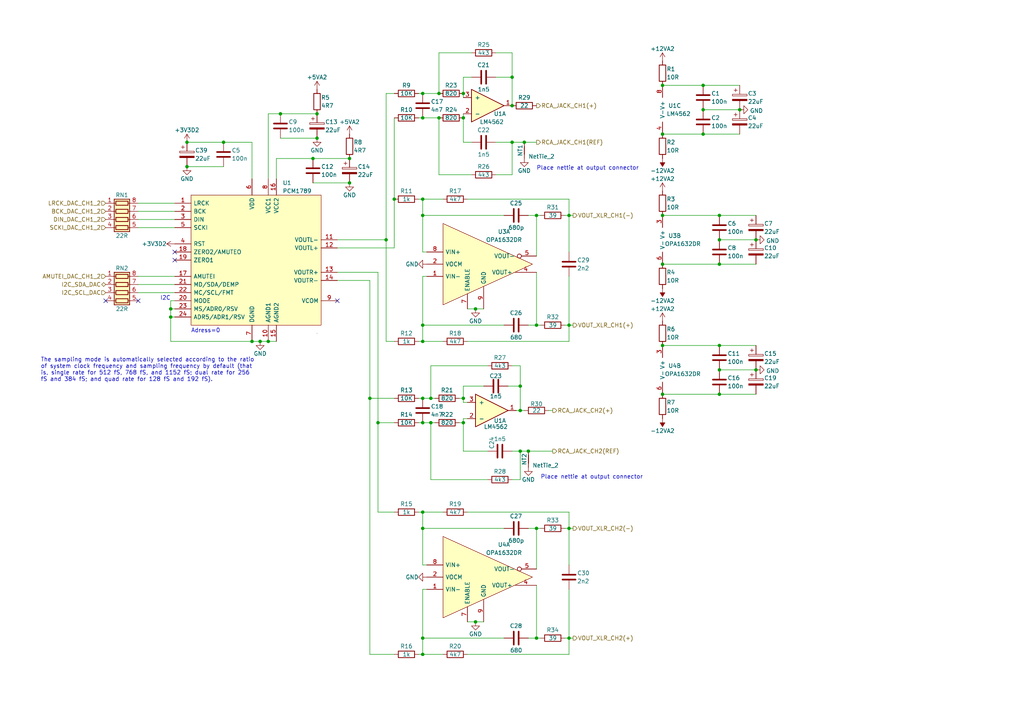
<source format=kicad_sch>
(kicad_sch (version 20230121) (generator eeschema)
  (paper "User" 319.989 219.989)
  (title_block (title "AUDIO-DSP_MAIN_BOARD") (date "2023-06-06") (rev "R01"))
  (lib_symbols
    (symbol "Audio-DSP:+12VA2" (power) (in_bom no) (on_board no)
      (property "Value" "+12VA2" (at 0 3.81 0))
      (symbol "+12VA2_0_1"
        (polyline (pts (xy -0.762 1.27) (xy 0 2.54)))
        (polyline (pts (xy 0 0) (xy 0 2.54)))
        (polyline (pts (xy 0 2.54) (xy 0.762 1.27)))
      )
      (symbol "+12VA2_1_1"
        (pin power_in line (at 0 0 90) (length 0) hide (name "+12VA2") (number "1"))
      )
    )
    (symbol "Audio-DSP:+5VA2" (power) (in_bom no) (on_board no)
      (property "Value" "+5VA2" (at 0 3.81 0))
      (symbol "+5VA2_0_1"
        (polyline (pts (xy -0.762 1.27) (xy 0 2.54)))
        (polyline (pts (xy 0 0) (xy 0 2.54)))
        (polyline (pts (xy 0 2.54) (xy 0.762 1.27)))
      )
      (symbol "+5VA2_1_1"
        (pin power_in line (at 0 0 90) (length 0) hide (name "+5VA2") (number "1"))
      )
    )
    (symbol "Audio-DSP:-12VA2" (power) (in_bom no) (on_board no)
      (property "Value" "-12VA2" (at 0 3.81 0))
      (symbol "-12VA2_0_1"
        (polyline (pts (xy 0 0) (xy 0 1.27) (xy 0.762 1.27) (xy 0 2.54) (xy -0.762 1.27) (xy 0 1.27)) (fill (type outline)))
      )
      (symbol "-12VA2_1_0"
        (pin power_in line (at 0 0 90) (length 0) hide (name "-12VA2") (number "1"))
      )
    )
    (symbol "Audio-DSP:OPA1632DR" (pin_names (offset 0.762))
      (property "Reference" "U" (at 8.89 11.43 0))
      (property "Value" "OPA1632DR" (at 8.89 8.89 0))
      (symbol "OPA1632DR_1_0"
        (pin passive line (at -15.24 -2.54 0) (length 5.08) (name "VIN-") (number "1"))
        (pin passive line (at -15.24 1.27 0) (length 5.08) (name "VOCM") (number "2"))
        (pin passive line (at 19.05 -1.27 180) (length 6.7056) (name "VOUT+") (number "4"))
        (pin passive inverted (at 19.05 3.81 180) (length 5.9944) (name "VOUT-") (number "5"))
        (pin passive line (at -2.54 -12.7 90) (length 4.699) (name "ENABLE") (number "7"))
        (pin passive line (at -15.24 5.08 0) (length 5.08) (name "VIN+") (number "8"))
      )
      (symbol "OPA1632DR_1_1"
        (polyline (pts (xy -10.16 13.97) (xy 17.78 1.27) (xy -10.16 -11.43) (xy -10.16 13.97)) (stroke (width 0.1524)) (fill (type background)))
        (pin passive line (at 2.54 -12.7 90) (length 6.9088) (name "GND") (number "9"))
      )
      (symbol "OPA1632DR_2_0"
        (pin passive line (at 0 7.62 270) (length 3.81) (name "V+") (number "3"))
        (pin passive line (at 0 -7.62 90) (length 3.81) (name "V-") (number "6"))
      )
    )
    (symbol "Audio_DSP:+3V3D2" (power) (in_bom no) (on_board no)
      (property "Value" "+3V3D2" (at 0 3.81 0))
      (symbol "+3V3D2_0_1"
        (polyline (pts (xy -0.762 1.27) (xy 0 2.54)))
        (polyline (pts (xy 0 0) (xy 0 2.54)))
        (polyline (pts (xy 0 2.54) (xy 0.762 1.27)))
      )
      (symbol "+3V3D2_1_1"
        (pin power_in line (at 0 0 90) (length 0) hide (name "+3V3D2") (number "1"))
      )
    )
    (symbol "Audio_DSP:PCM1789" (pin_names (offset 0.762))
      (property "Reference" "U" (at 11.43 24.13 0))
      (property "Value" "PCM1789" (at 6.35 21.59 0))
      (symbol "PCM1789_0_0"
        (pin passive line (at -26.67 17.78 0) (length 5.08) (name "LRCK") (number "1"))
        (pin passive line (at 2.54 -25.4 90) (length 5.08) (name "AGND1") (number "10"))
        (pin passive line (at 24.13 6.35 180) (length 5.08) (name "VOUTL-") (number "11"))
        (pin passive line (at 24.13 3.81 180) (length 5.08) (name "VOUTL+") (number "12"))
        (pin passive line (at 24.13 -3.81 180) (length 5.08) (name "VOUTR+") (number "13"))
        (pin passive line (at 24.13 -6.35 180) (length 5.08) (name "VOUTR-") (number "14"))
        (pin passive line (at 5.08 -25.4 90) (length 5.08) (name "AGND2") (number "15"))
        (pin passive line (at -26.67 -5.08 0) (length 5.08) (name "AMUTEI") (number "17"))
        (pin passive line (at -26.67 2.54 0) (length 5.08) (name "ZERO2/AMUTEO") (number "18"))
        (pin passive line (at -26.67 0 0) (length 5.08) (name "ZERO1") (number "19"))
        (pin passive line (at -26.67 15.24 0) (length 5.08) (name "BCK") (number "2"))
        (pin passive line (at -26.67 -12.7 0) (length 5.08) (name "MODE") (number "20"))
        (pin passive line (at -26.67 -7.62 0) (length 5.08) (name "MD/SDA/DEMP") (number "21"))
        (pin passive line (at -26.67 -10.16 0) (length 5.08) (name "MC/SCL/FMT") (number "22"))
        (pin passive line (at -26.67 -15.24 0) (length 5.08) (name "MS/ADR0/RSV") (number "23"))
        (pin passive line (at -26.67 -17.78 0) (length 5.08) (name "ADR5/ADR1/RSV") (number "24"))
        (pin passive line (at -26.67 12.7 0) (length 5.08) (name "DIN") (number "3"))
        (pin passive line (at -26.67 5.08 0) (length 5.08) (name "RST") (number "4"))
        (pin passive line (at -26.67 10.16 0) (length 5.08) (name "SCKI") (number "5"))
        (pin passive line (at -2.54 -25.4 90) (length 5.08) (name "DGND") (number "7"))
        (pin passive line (at 24.13 -12.7 180) (length 5.08) (name "VCOM") (number "9"))
      )
      (symbol "PCM1789_0_1"
        (rectangle (start -21.59 20.32) (end 19.05 -20.32) (stroke (width 0.1524)) (fill (type background)))
        (rectangle (start 17.78 -22.86) (end 17.78 -22.86) (stroke (width 0.1524)))
      )
      (symbol "PCM1789_1_0"
        (pin power_in line (at 5.08 25.4 270) (length 5.08) (name "VCC2") (number "16"))
        (pin power_in line (at -2.54 25.4 270) (length 5.08) (name "VDD") (number "6"))
        (pin power_in line (at 2.54 25.4 270) (length 5.08) (name "VCC1") (number "8"))
      )
    )
    (symbol "Device:C" (pin_numbers hide) (pin_names (offset 0.254))
      (property "Reference" "C" (at 0.635 2.54 0))
      (property "Value" "C" (at 0.635 -2.54 0))
      (symbol "C_0_1"
        (polyline (pts (xy -2.032 -0.762) (xy 2.032 -0.762)) (stroke (width 0.508)))
        (polyline (pts (xy -2.032 0.762) (xy 2.032 0.762)) (stroke (width 0.508)))
      )
      (symbol "C_1_1"
        (pin passive line (at 0 3.81 270) (length 2.794) (name "~") (number "1"))
        (pin passive line (at 0 -3.81 90) (length 2.794) (name "~") (number "2"))
      )
    )
    (symbol "Device:C_Polarized" (pin_numbers hide) (pin_names (offset 0.254))
      (property "Reference" "C" (at 0.635 2.54 0))
      (property "Value" "C_Polarized" (at 0.635 -2.54 0))
      (symbol "C_Polarized_0_1"
        (rectangle (start -2.286 0.508) (end 2.286 1.016))
        (polyline (pts (xy -1.778 2.286) (xy -0.762 2.286)))
        (polyline (pts (xy -1.27 2.794) (xy -1.27 1.778)))
        (rectangle (start 2.286 -0.508) (end -2.286 -1.016) (fill (type outline)))
      )
      (symbol "C_Polarized_1_1"
        (pin passive line (at 0 3.81 270) (length 2.794) (name "~") (number "1"))
        (pin passive line (at 0 -3.81 90) (length 2.794) (name "~") (number "2"))
      )
    )
    (symbol "Device:NetTie_2" (pin_numbers hide) (pin_names (offset 0) hide) (in_bom no)
      (property "Reference" "NT" (at 0 1.27 0))
      (property "Value" "NetTie_2" (at 0 -1.27 0))
      (symbol "NetTie_2_0_1"
        (polyline (pts (xy -1.27 0) (xy 1.27 0)) (stroke (width 0.254)))
      )
      (symbol "NetTie_2_1_1"
        (pin passive line (at -2.54 0 0) (length 2.54) (name "1") (number "1"))
        (pin passive line (at 2.54 0 180) (length 2.54) (name "2") (number "2"))
      )
    )
    (symbol "Device:R" (pin_numbers hide) (pin_names (offset 0))
      (property "Reference" "R" (at 2.032 0 90))
      (property "Value" "R" (at 0 0 90))
      (symbol "R_0_1"
        (rectangle (start -1.016 -2.54) (end 1.016 2.54) (stroke (width 0.254)))
      )
      (symbol "R_1_1"
        (pin passive line (at 0 3.81 270) (length 1.27) (name "~") (number "1"))
        (pin passive line (at 0 -3.81 90) (length 1.27) (name "~") (number "2"))
      )
    )
    (symbol "Device:R_Pack04" (pin_names (offset 0) hide)
      (property "Reference" "RN" (at -7.62 0 90))
      (property "Value" "R_Pack04" (at 5.08 0 90))
      (symbol "R_Pack04_0_1"
        (rectangle (start -6.35 -2.413) (end 3.81 2.413) (stroke (width 0.254)) (fill (type background)))
        (rectangle (start -5.715 1.905) (end -4.445 -1.905) (stroke (width 0.254)))
        (rectangle (start -3.175 1.905) (end -1.905 -1.905) (stroke (width 0.254)))
        (rectangle (start -0.635 1.905) (end 0.635 -1.905) (stroke (width 0.254)))
        (polyline (pts (xy -5.08 -2.54) (xy -5.08 -1.905)))
        (polyline (pts (xy -5.08 1.905) (xy -5.08 2.54)))
        (polyline (pts (xy -2.54 -2.54) (xy -2.54 -1.905)))
        (polyline (pts (xy -2.54 1.905) (xy -2.54 2.54)))
        (polyline (pts (xy 0 -2.54) (xy 0 -1.905)))
        (polyline (pts (xy 0 1.905) (xy 0 2.54)))
        (polyline (pts (xy 2.54 -2.54) (xy 2.54 -1.905)))
        (polyline (pts (xy 2.54 1.905) (xy 2.54 2.54)))
        (rectangle (start 1.905 1.905) (end 3.175 -1.905) (stroke (width 0.254)))
      )
      (symbol "R_Pack04_1_1"
        (pin passive line (at -5.08 -5.08 90) (length 2.54) (name "R1.1") (number "1"))
        (pin passive line (at -2.54 -5.08 90) (length 2.54) (name "R2.1") (number "2"))
        (pin passive line (at 0 -5.08 90) (length 2.54) (name "R3.1") (number "3"))
        (pin passive line (at 2.54 -5.08 90) (length 2.54) (name "R4.1") (number "4"))
        (pin passive line (at 2.54 5.08 270) (length 2.54) (name "R4.2") (number "5"))
        (pin passive line (at 0 5.08 270) (length 2.54) (name "R3.2") (number "6"))
        (pin passive line (at -2.54 5.08 270) (length 2.54) (name "R2.2") (number "7"))
        (pin passive line (at -5.08 5.08 270) (length 2.54) (name "R1.2") (number "8"))
      )
    )
    (symbol "Main board-rescue:LM4562-Audio_DSP" (pin_names (offset 1.016))
      (property "Reference" "U" (at 1.27 6.35 0))
      (property "Value" "Audio_DSP_LM4562" (at 3.81 3.81 0))
      (symbol "LM4562-Audio_DSP_1_1"
        (polyline (pts (xy -3.81 5.08) (xy 6.35 0) (xy -3.81 -5.08) (xy -3.81 5.08)) (stroke (width 0.254)) (fill (type background)))
        (pin output line (at 8.89 0 180) (length 2.54) (name "~") (number "1"))
        (pin input line (at -6.35 -2.54 0) (length 2.54) (name "-") (number "2"))
        (pin input line (at -6.35 2.54 0) (length 2.54) (name "+") (number "3"))
      )
      (symbol "LM4562-Audio_DSP_2_1"
        (polyline (pts (xy -3.81 5.08) (xy 6.35 0) (xy -3.81 -5.08) (xy -3.81 5.08)) (stroke (width 0.254)) (fill (type background)))
        (pin input line (at -6.35 2.54 0) (length 2.54) (name "+") (number "5"))
        (pin input line (at -6.35 -2.54 0) (length 2.54) (name "-") (number "6"))
        (pin output line (at 8.89 0 180) (length 2.54) (name "~") (number "7"))
      )
      (symbol "LM4562-Audio_DSP_3_1"
        (pin power_in line (at 0 -7.62 90) (length 3.81) (name "V-") (number "4"))
        (pin power_in line (at 0 7.62 270) (length 3.81) (name "V+") (number "8"))
      )
    )
    (symbol "power:GND" (power) (pin_names (offset 0))
      (property "Value" "GND" (at 0 -3.81 0))
      (symbol "GND_0_1"
        (polyline (pts (xy 0 0) (xy 0 -1.27) (xy 1.27 -1.27) (xy 0 -2.54) (xy -1.27 -1.27) (xy 0 -1.27)))
      )
      (symbol "GND_1_1"
        (pin power_in line (at 0 0 270) (length 0) hide (name "GND") (number "1"))
      )
    )
  )
  (junction (at 177.8 165.1))
  (junction (at 207.01 107.95))
  (junction (at 69.85 44.45))
  (junction (at 144.78 29.21))
  (junction (at 219.71 34.29))
  (junction (at 167.64 101.6))
  (junction (at 132.08 62.23))
  (junction (at 160.02 24.13))
  (junction (at 109.22 57.15))
  (junction (at 224.79 115.57))
  (junction (at 53.34 96.52))
  (junction (at 207.01 41.91))
  (junction (at 162.56 140.97))
  (junction (at 132.08 165.1))
  (junction (at 137.16 36.83))
  (junction (at 132.08 124.46))
  (junction (at 132.08 204.47))
  (junction (at 132.08 29.21))
  (junction (at 144.78 132.08))
  (junction (at 177.8 101.6))
  (junction (at 224.79 123.19))
  (junction (at 78.74 106.68))
  (junction (at 207.01 26.67))
  (junction (at 219.71 41.91))
  (junction (at 207.01 67.31))
  (junction (at 132.08 101.6))
  (junction (at 97.79 49.53))
  (junction (at 177.8 67.31))
  (junction (at 236.22 115.57))
  (junction (at 87.63 35.56))
  (junction (at 132.08 106.68))
  (junction (at 99.06 43.18))
  (junction (at 81.28 106.68))
  (junction (at 134.62 132.08))
  (junction (at 58.42 52.07))
  (junction (at 224.79 74.93))
  (junction (at 160.02 44.45))
  (junction (at 167.64 165.1))
  (junction (at 83.82 106.68))
  (junction (at 160.02 33.02))
  (junction (at 132.08 160.02))
  (junction (at 109.22 49.53))
  (junction (at 99.06 35.56))
  (junction (at 132.08 132.08))
  (junction (at 167.64 67.31))
  (junction (at 224.79 82.55))
  (junction (at 207.01 82.55))
  (junction (at 144.78 124.46))
  (junction (at 58.42 44.45))
  (junction (at 123.19 62.23))
  (junction (at 132.08 67.31))
  (junction (at 148.59 96.52))
  (junction (at 219.71 26.67))
  (junction (at 137.16 29.21))
  (junction (at 134.62 124.46))
  (junction (at 118.11 132.08))
  (junction (at 231.14 34.29))
  (junction (at 132.08 36.83))
  (junction (at 224.79 107.95))
  (junction (at 148.59 194.31))
  (junction (at 53.34 99.06))
  (junction (at 177.8 199.39))
  (junction (at 132.08 199.39))
  (junction (at 115.57 124.46))
  (junction (at 120.65 74.93))
  (junction (at 162.56 128.27))
  (junction (at 165.1 140.97))
  (junction (at 224.79 67.31))
  (junction (at 167.64 199.39))
  (junction (at 144.78 36.83))
  (junction (at 163.83 44.45))
  (junction (at 162.56 120.65))
  (junction (at 207.01 123.19))
  (junction (at 236.22 74.93))
  (no_connect (at 43.18 93.98))
  (no_connect (at 105.41 93.98))
  (no_connect (at 54.61 78.74))
  (no_connect (at 33.02 93.98))
  (no_connect (at 54.61 81.28))
  (wire (pts (xy 130.81 29.21) (xy 132.08 29.21)))
  (wire (pts (xy 160.02 54.61) (xy 154.94 54.61)))
  (wire (pts (xy 132.08 36.83) (xy 137.16 36.83)))
  (wire (pts (xy 58.42 44.45) (xy 69.85 44.45)))
  (wire (pts (xy 118.11 85.09) (xy 105.41 85.09)))
  (wire (pts (xy 160.02 16.51) (xy 160.02 24.13)))
  (wire (pts (xy 144.78 125.73) (xy 146.05 125.73)))
  (wire (pts (xy 87.63 43.18) (xy 99.06 43.18)))
  (wire (pts (xy 132.08 165.1) (xy 157.48 165.1)))
  (wire (pts (xy 171.45 128.27) (xy 172.72 128.27)))
  (wire (pts (xy 162.56 128.27) (xy 163.83 128.27)))
  (wire (pts (xy 43.18 71.12) (xy 54.61 71.12)))
  (wire (pts (xy 132.08 86.36) (xy 132.08 101.6)))
  (wire (pts (xy 115.57 204.47) (xy 123.19 204.47)))
  (wire (pts (xy 144.78 35.56) (xy 144.78 36.83)))
  (wire (pts (xy 43.18 88.9) (xy 54.61 88.9)))
  (wire (pts (xy 132.08 132.08) (xy 134.62 132.08)))
  (wire (pts (xy 132.08 124.46) (xy 134.62 124.46)))
  (wire (pts (xy 157.48 199.39) (xy 132.08 199.39)))
  (wire (pts (xy 177.8 184.15) (xy 177.8 199.39)))
  (wire (pts (xy 161.29 128.27) (xy 162.56 128.27)))
  (wire (pts (xy 135.89 132.08) (xy 134.62 132.08)))
  (wire (pts (xy 177.8 67.31) (xy 177.8 78.74)))
  (wire (pts (xy 144.78 29.21) (xy 144.78 30.48)))
  (wire (pts (xy 43.18 63.5) (xy 54.61 63.5)))
  (wire (pts (xy 176.53 101.6) (xy 177.8 101.6)))
  (wire (pts (xy 130.81 106.68) (xy 132.08 106.68)))
  (wire (pts (xy 176.53 199.39) (xy 177.8 199.39)))
  (wire (pts (xy 177.8 106.68) (xy 177.8 101.6)))
  (wire (pts (xy 134.62 149.86) (xy 134.62 132.08)))
  (wire (pts (xy 207.01 123.19) (xy 224.79 123.19)))
  (wire (pts (xy 53.34 93.98) (xy 53.34 96.52)))
  (wire (pts (xy 167.64 199.39) (xy 168.91 199.39)))
  (wire (pts (xy 165.1 101.6) (xy 167.64 101.6)))
  (wire (pts (xy 130.81 124.46) (xy 132.08 124.46)))
  (wire (pts (xy 53.34 106.68) (xy 78.74 106.68)))
  (wire (pts (xy 160.02 114.3) (xy 162.56 114.3)))
  (wire (pts (xy 130.81 204.47) (xy 132.08 204.47)))
  (wire (pts (xy 53.34 93.98) (xy 54.61 93.98)))
  (wire (pts (xy 132.08 101.6) (xy 132.08 106.68)))
  (wire (pts (xy 87.63 35.56) (xy 99.06 35.56)))
  (wire (pts (xy 177.8 165.1) (xy 179.07 165.1)))
  (wire (pts (xy 146.05 160.02) (xy 177.8 160.02)))
  (wire (pts (xy 144.78 124.46) (xy 144.78 125.73)))
  (wire (pts (xy 177.8 160.02) (xy 177.8 165.1)))
  (wire (pts (xy 53.34 99.06) (xy 53.34 106.68)))
  (wire (pts (xy 118.11 132.08) (xy 118.11 160.02)))
  (wire (pts (xy 146.05 204.47) (xy 177.8 204.47)))
  (wire (pts (xy 167.64 101.6) (xy 168.91 101.6)))
  (wire (pts (xy 147.32 44.45) (xy 144.78 44.45)))
  (wire (pts (xy 53.34 99.06) (xy 54.61 99.06)))
  (wire (pts (xy 147.32 24.13) (xy 144.78 24.13)))
  (wire (pts (xy 224.79 123.19) (xy 236.22 123.19)))
  (wire (pts (xy 137.16 29.21) (xy 137.16 16.51)))
  (wire (pts (xy 162.56 120.65) (xy 162.56 128.27)))
  (wire (pts (xy 43.18 86.36) (xy 54.61 86.36)))
  (wire (pts (xy 83.82 35.56) (xy 87.63 35.56)))
  (wire (pts (xy 143.51 124.46) (xy 144.78 124.46)))
  (wire (pts (xy 115.57 124.46) (xy 115.57 204.47)))
  (wire (pts (xy 144.78 44.45) (xy 144.78 36.83)))
  (wire (pts (xy 43.18 91.44) (xy 54.61 91.44)))
  (wire (pts (xy 147.32 54.61) (xy 137.16 54.61)))
  (wire (pts (xy 83.82 106.68) (xy 86.36 106.68)))
  (wire (pts (xy 165.1 140.97) (xy 172.72 140.97)))
  (wire (pts (xy 132.08 160.02) (xy 132.08 165.1)))
  (wire (pts (xy 118.11 132.08) (xy 123.19 132.08)))
  (wire (pts (xy 165.1 67.31) (xy 167.64 67.31)))
  (wire (pts (xy 132.08 67.31) (xy 157.48 67.31)))
  (wire (pts (xy 207.01 82.55) (xy 224.79 82.55)))
  (wire (pts (xy 43.18 66.04) (xy 54.61 66.04)))
  (wire (pts (xy 115.57 124.46) (xy 123.19 124.46)))
  (wire (pts (xy 151.13 120.65) (xy 144.78 120.65)))
  (wire (pts (xy 105.41 77.47) (xy 123.19 77.47)))
  (wire (pts (xy 162.56 149.86) (xy 160.02 149.86)))
  (wire (pts (xy 219.71 34.29) (xy 231.14 34.29)))
  (wire (pts (xy 177.8 101.6) (xy 179.07 101.6)))
  (wire (pts (xy 120.65 29.21) (xy 123.19 29.21)))
  (wire (pts (xy 154.94 44.45) (xy 160.02 44.45)))
  (wire (pts (xy 152.4 149.86) (xy 134.62 149.86)))
  (wire (pts (xy 152.4 140.97) (xy 144.78 140.97)))
  (wire (pts (xy 132.08 165.1) (xy 132.08 176.53)))
  (wire (pts (xy 58.42 52.07) (xy 69.85 52.07)))
  (wire (pts (xy 97.79 57.15) (xy 109.22 57.15)))
  (wire (pts (xy 177.8 86.36) (xy 177.8 101.6)))
  (wire (pts (xy 207.01 67.31) (xy 224.79 67.31)))
  (wire (pts (xy 162.56 114.3) (xy 162.56 120.65)))
  (wire (pts (xy 144.78 140.97) (xy 144.78 132.08)))
  (wire (pts (xy 138.43 204.47) (xy 132.08 204.47)))
  (wire (pts (xy 132.08 29.21) (xy 137.16 29.21)))
  (wire (pts (xy 83.82 35.56) (xy 83.82 55.88)))
  (wire (pts (xy 219.71 26.67) (xy 231.14 26.67)))
  (wire (pts (xy 120.65 74.93) (xy 120.65 106.68)))
  (wire (pts (xy 123.19 62.23) (xy 123.19 77.47)))
  (wire (pts (xy 118.11 132.08) (xy 118.11 85.09)))
  (wire (pts (xy 115.57 87.63) (xy 115.57 124.46)))
  (wire (pts (xy 133.35 86.36) (xy 132.08 86.36)))
  (wire (pts (xy 167.64 165.1) (xy 167.64 177.8)))
  (wire (pts (xy 130.81 36.83) (xy 132.08 36.83)))
  (wire (pts (xy 146.05 62.23) (xy 177.8 62.23)))
  (wire (pts (xy 177.8 199.39) (xy 179.07 199.39)))
  (wire (pts (xy 144.78 132.08) (xy 143.51 132.08)))
  (wire (pts (xy 219.71 41.91) (xy 231.14 41.91)))
  (wire (pts (xy 207.01 41.91) (xy 219.71 41.91)))
  (wire (pts (xy 224.79 115.57) (xy 236.22 115.57)))
  (wire (pts (xy 160.02 140.97) (xy 162.56 140.97)))
  (wire (pts (xy 78.74 106.68) (xy 81.28 106.68)))
  (wire (pts (xy 53.34 96.52) (xy 53.34 99.06)))
  (wire (pts (xy 224.79 82.55) (xy 236.22 82.55)))
  (wire (pts (xy 167.64 67.31) (xy 168.91 67.31)))
  (wire (pts (xy 132.08 78.74) (xy 133.35 78.74)))
  (wire (pts (xy 53.34 96.52) (xy 54.61 96.52)))
  (wire (pts (xy 157.48 101.6) (xy 132.08 101.6)))
  (wire (pts (xy 163.83 44.45) (xy 167.64 44.45)))
  (wire (pts (xy 160.02 44.45) (xy 160.02 54.61)))
  (wire (pts (xy 132.08 62.23) (xy 132.08 67.31)))
  (wire (pts (xy 86.36 49.53) (xy 86.36 55.88)))
  (wire (pts (xy 165.1 199.39) (xy 167.64 199.39)))
  (wire (pts (xy 133.35 184.15) (xy 132.08 184.15)))
  (wire (pts (xy 105.41 74.93) (xy 120.65 74.93)))
  (wire (pts (xy 154.94 16.51) (xy 160.02 16.51)))
  (wire (pts (xy 144.78 24.13) (xy 144.78 29.21)))
  (wire (pts (xy 97.79 49.53) (xy 109.22 49.53)))
  (wire (pts (xy 224.79 107.95) (xy 236.22 107.95)))
  (wire (pts (xy 162.56 140.97) (xy 162.56 149.86)))
  (wire (pts (xy 144.78 120.65) (xy 144.78 124.46)))
  (wire (pts (xy 132.08 176.53) (xy 133.35 176.53)))
  (wire (pts (xy 154.94 24.13) (xy 160.02 24.13)))
  (wire (pts (xy 165.1 165.1) (xy 167.64 165.1)))
  (wire (pts (xy 134.62 114.3) (xy 152.4 114.3)))
  (wire (pts (xy 130.81 62.23) (xy 132.08 62.23)))
  (wire (pts (xy 130.81 132.08) (xy 132.08 132.08)))
  (wire (pts (xy 134.62 124.46) (xy 134.62 114.3)))
  (wire (pts (xy 158.75 120.65) (xy 162.56 120.65)))
  (wire (pts (xy 167.64 165.1) (xy 168.91 165.1)))
  (wire (pts (xy 132.08 184.15) (xy 132.08 199.39)))
  (wire (pts (xy 144.78 130.81) (xy 144.78 132.08)))
  (wire (pts (xy 177.8 67.31) (xy 179.07 67.31)))
  (wire (pts (xy 132.08 199.39) (xy 132.08 204.47)))
  (wire (pts (xy 78.74 55.88) (xy 78.74 44.45)))
  (wire (pts (xy 162.56 140.97) (xy 165.1 140.97)))
  (wire (pts (xy 132.08 67.31) (xy 132.08 78.74)))
  (wire (pts (xy 137.16 54.61) (xy 137.16 36.83)))
  (wire (pts (xy 224.79 74.93) (xy 236.22 74.93)))
  (wire (pts (xy 132.08 160.02) (xy 138.43 160.02)))
  (wire (pts (xy 224.79 67.31) (xy 236.22 67.31)))
  (wire (pts (xy 177.8 62.23) (xy 177.8 67.31)))
  (wire (pts (xy 105.41 87.63) (xy 115.57 87.63)))
  (wire (pts (xy 146.05 96.52) (xy 148.59 96.52)))
  (wire (pts (xy 134.62 124.46) (xy 135.89 124.46)))
  (wire (pts (xy 160.02 24.13) (xy 160.02 33.02)))
  (wire (pts (xy 167.64 67.31) (xy 167.64 80.01)))
  (wire (pts (xy 146.05 106.68) (xy 177.8 106.68)))
  (wire (pts (xy 176.53 67.31) (xy 177.8 67.31)))
  (wire (pts (xy 160.02 44.45) (xy 163.83 44.45)))
  (wire (pts (xy 123.19 36.83) (xy 123.19 62.23)))
  (wire (pts (xy 81.28 106.68) (xy 83.82 106.68)))
  (wire (pts (xy 177.8 165.1) (xy 177.8 176.53)))
  (wire (pts (xy 86.36 49.53) (xy 97.79 49.53)))
  (wire (pts (xy 148.59 96.52) (xy 151.13 96.52)))
  (wire (pts (xy 148.59 194.31) (xy 151.13 194.31)))
  (wire (pts (xy 137.16 16.51) (xy 147.32 16.51)))
  (wire (pts (xy 146.05 194.31) (xy 148.59 194.31)))
  (wire (pts (xy 130.81 160.02) (xy 132.08 160.02)))
  (wire (pts (xy 167.64 199.39) (xy 167.64 182.88)))
  (wire (pts (xy 120.65 29.21) (xy 120.65 74.93)))
  (wire (pts (xy 167.64 101.6) (xy 167.64 85.09)))
  (wire (pts (xy 207.01 107.95) (xy 224.79 107.95)))
  (wire (pts (xy 120.65 106.68) (xy 123.19 106.68)))
  (wire (pts (xy 207.01 26.67) (xy 219.71 26.67)))
  (wire (pts (xy 123.19 160.02) (xy 118.11 160.02)))
  (wire (pts (xy 138.43 106.68) (xy 132.08 106.68)))
  (wire (pts (xy 43.18 68.58) (xy 54.61 68.58)))
  (wire (pts (xy 176.53 165.1) (xy 177.8 165.1)))
  (wire (pts (xy 144.78 130.81) (xy 146.05 130.81)))
  (wire (pts (xy 132.08 62.23) (xy 138.43 62.23)))
  (wire (pts (xy 177.8 204.47) (xy 177.8 199.39)))
  (wire (pts (xy 69.85 44.45) (xy 78.74 44.45)))
  (text "The sampling mode is automatically selected according to the ratio\nof system clock frequency and sampling frequency by default (that\nis, single rate for 512 fS, 768 fS, and 1152 fS; dual rate for 256\nfS and 384 fS; and quad rate for 128 fS and 192 fS)." (at 12.7 119.38 0) (effects (font (size 1.27 1.27)) (justify left bottom)))
  (text "Place nettie at output connector" (at 167.64 53.34 0) (effects (font (size 1.27 1.27)) (justify left bottom)))
  (text "Place nettie at output connector" (at 168.91 149.86 0) (effects (font (size 1.27 1.27)) (justify left bottom)))
  (text "Adress=0" (at 59.69 104.14 0) (effects (font (size 1.27 1.27)) (justify left bottom)))
  (text "I2C" (at 53.34 93.98 0) (effects (font (size 1.27 1.27)) (justify right bottom)))
  (hierarchical_label "BCK_DAC_CH1_2" (shape input) (at 33.02 66.04 180))
  (hierarchical_label "RCA_JACK_CH2(+)" (shape output) (at 172.72 128.27 0))
  (hierarchical_label "I2C_SCL_DAC" (shape input) (at 33.02 91.44 180))
  (hierarchical_label "RCA_JACK_CH2(REF)" (shape output) (at 172.72 140.97 0))
  (hierarchical_label "AMUTEI_DAC_CH1_2" (shape input) (at 33.02 86.36 180))
  (hierarchical_label "DIN_DAC_CH1_2" (shape input) (at 33.02 68.58 180))
  (hierarchical_label "RCA_JACK_CH1(REF)" (shape output) (at 167.64 44.45 0))
  (hierarchical_label "VOUT_XLR_CH1(-)" (shape output) (at 179.07 67.31 0))
  (hierarchical_label "LRCK_DAC_CH1_2" (shape input) (at 33.02 63.5 180))
  (hierarchical_label "RCA_JACK_CH1(+)" (shape output) (at 167.64 33.02 0))
  (hierarchical_label "VOUT_XLR_CH2(+)" (shape output) (at 179.07 199.39 0))
  (hierarchical_label "SCKI_DAC_CH1_2" (shape input) (at 33.02 71.12 180))
  (hierarchical_label "I2C_SDA_DAC" (shape bidirectional) (at 33.02 88.9 180))
  (hierarchical_label "VOUT_XLR_CH1(+)" (shape output) (at 179.07 101.6 0))
  (hierarchical_label "VOUT_XLR_CH2(-)" (shape output) (at 179.07 165.1 0))
  (symbol (lib_id "Device:R") (at 207.01 127 0) (unit 1)
    (property "Reference" "R7" (at 208.28 125.73 0) (effects (justify left)))
    (property "Value" "10R" (at 208.28 128.27 0) (effects (justify left)))
    (property "Footprint" "Resistor_SMD:R_0805_2012Metric" (effects hide))
    (property "Datasheet" "https://nl.mouser.com/ProductDetail/Kamaya/RMC1-10-100JTP?qs=sGAEpiMZZMvdGkrng054t%252BjmMOhbS7JJEw%2FLxpBrGXF090y2DlvDnQ%3D%3D" (effects hide))
  )
  (symbol (lib_id "Device:C_Polarized") (at 236.22 119.38 0) (unit 1)
    (property "Reference" "C19" (at 238.76 118.11 0) (effects (justify left)))
    (property "Value" "22uF" (at 238.76 120.65 0) (effects (justify left)))
    (property "Footprint" "Capacitor_THT:CP_Radial_D5.0mm_P2.00mm" (effects hide))
    (property "Datasheet" "https://nl.mouser.com/ProductDetail/Wurth-Elektronik/860010472003?qs=0KOYDY2FL29m3c71CGm9mg%3D%3D" (effects hide))
  )
  (symbol (lib_id "Device:R_Pack04") (at 38.1 68.58 270) (unit 1)
    (property "Reference" "RN1" (at 38.1 60.96 90))
    (property "Value" "22R" (at 38.1 73.66 90))
    (property "Footprint" "Resistor_SMD:R_Array_Convex_4x0402" (effects hide))
  )
  (symbol (lib_id "Device:C") (at 224.79 111.76 0) (unit 1)
    (property "Reference" "C11" (at 227.33 110.49 0) (effects (justify left)))
    (property "Value" "100n" (at 227.33 113.03 0) (effects (justify left)))
    (property "Footprint" "Capacitor_SMD:C_0402_1005Metric" (effects hide))
  )
  (symbol (lib_id "Device:C_Polarized") (at 109.22 53.34 0) (unit 1)
    (property "Reference" "C14" (at 111.76 52.07 0) (effects (justify left)))
    (property "Value" "22uF" (at 111.76 54.61 0) (effects (justify left)))
    (property "Footprint" "Capacitor_THT:CP_Radial_D5.0mm_P2.00mm" (effects hide))
    (property "Datasheet" "https://nl.mouser.com/ProductDetail/Wurth-Elektronik/860010472003?qs=0KOYDY2FL29m3c71CGm9mg%3D%3D" (effects hide))
  )
  (symbol (lib_id "Device:C") (at 156.21 140.97 90) (unit 1)
    (property "Reference" "C24" (at 153.67 140.335 0) (effects (justify left)))
    (property "Value" "1n5" (at 156.21 137.16 90))
    (property "Footprint" "Capacitor_SMD:C_0805_2012Metric" (effects hide))
  )
  (symbol (lib_id "Device:R") (at 142.24 106.68 90) (unit 1)
    (property "Reference" "R18" (at 142.24 104.14 90))
    (property "Value" "4k7" (at 142.24 106.68 90))
    (property "Footprint" "Resistor_SMD:R_0805_2012Metric" (effects hide))
  )
  (symbol (lib_id "Audio-DSP:OPA1632DR") (at 148.59 83.82 0) (unit 1)
    (property "Reference" "U3" (at 157.48 72.39 0))
    (property "Value" "OPA1632DR" (at 157.48 74.93 0))
    (property "Footprint" "Audio-DSP:VSSOP-8_3.0x3.0mm_P0.65_TP1.8x1.5" (effects hide))
    (property "Datasheet" "https://eu.mouser.com/ProductDetail/Texas-Instruments/OPA1632DGNR?qs=7nS3%252BbEUL6t46Xk02kKOHg%3D%3D" (effects hide))
  )
  (symbol (lib_id "Device:C") (at 151.13 24.13 90) (unit 1)
    (property "Reference" "C21" (at 153.035 20.32 90) (effects (justify left)))
    (property "Value" "1n5" (at 151.13 27.94 90))
    (property "Footprint" "Capacitor_SMD:C_0805_2012Metric" (effects hide))
  )
  (symbol (lib_id "Device:R") (at 127 36.83 90) (unit 1)
    (property "Reference" "R10" (at 127 34.29 90))
    (property "Value" "10K" (at 127 36.83 90))
    (property "Footprint" "Resistor_SMD:R_0805_2012Metric" (effects hide))
  )
  (symbol (lib_id "Device:R") (at 139.7 124.46 90) (unit 1)
    (property "Reference" "R21" (at 139.7 121.92 90))
    (property "Value" "820" (at 139.7 124.46 90))
    (property "Footprint" "Resistor_SMD:R_0805_2012Metric" (effects hide))
  )
  (symbol (lib_id "power:GND") (at 165.1 146.05 0) (unit 1)
    (property "Reference" "#PWR0116" (effects hide))
    (property "Value" "GND" (at 165.1 149.86 0))
  )
  (symbol (lib_id "Device:R") (at 142.24 204.47 90) (unit 1)
    (property "Reference" "R20" (at 142.24 201.93 90))
    (property "Value" "4k7" (at 142.24 204.47 90))
    (property "Footprint" "Resistor_SMD:R_0805_2012Metric" (effects hide))
  )
  (symbol (lib_id "power:GND") (at 163.83 49.53 0) (unit 1)
    (property "Reference" "#PWR0127" (effects hide))
    (property "Value" "GND" (at 163.83 53.34 0))
  )
  (symbol (lib_id "Device:C") (at 219.71 38.1 0) (unit 1)
    (property "Reference" "C2" (at 222.25 36.83 0) (effects (justify left)))
    (property "Value" "100n" (at 222.25 39.37 0) (effects (justify left)))
    (property "Footprint" "Capacitor_SMD:C_0402_1005Metric" (effects hide))
  )
  (symbol (lib_id "Device:C_Polarized") (at 231.14 38.1 0) (unit 1)
    (property "Reference" "C4" (at 233.68 36.83 0) (effects (justify left)))
    (property "Value" "22uF" (at 233.68 39.37 0) (effects (justify left)))
    (property "Footprint" "Capacitor_THT:CP_Radial_D5.0mm_P2.00mm" (effects hide))
    (property "Datasheet" "https://nl.mouser.com/ProductDetail/Wurth-Elektronik/860010472003?qs=0KOYDY2FL29m3c71CGm9mg%3D%3D" (effects hide))
  )
  (symbol (lib_id "Device:C") (at 224.79 119.38 0) (unit 1)
    (property "Reference" "C16" (at 227.33 118.11 0) (effects (justify left)))
    (property "Value" "100n" (at 227.33 120.65 0) (effects (justify left)))
    (property "Footprint" "Capacitor_SMD:C_0402_1005Metric" (effects hide))
  )
  (symbol (lib_id "Device:C") (at 177.8 180.34 0) (unit 1)
    (property "Reference" "C30" (at 180.34 179.07 0) (effects (justify left)))
    (property "Value" "2n2" (at 180.34 181.61 0) (effects (justify left)))
    (property "Footprint" "Capacitor_SMD:C_0805_2012Metric" (effects hide))
  )
  (symbol (lib_id "Device:C") (at 224.79 71.12 0) (unit 1)
    (property "Reference" "C6" (at 227.33 69.85 0) (effects (justify left)))
    (property "Value" "100n" (at 227.33 72.39 0) (effects (justify left)))
    (property "Footprint" "Capacitor_SMD:C_0402_1005Metric" (effects hide))
  )
  (symbol (lib_id "Device:R") (at 140.97 29.21 90) (unit 1)
    (property "Reference" "R23" (at 140.97 26.67 90))
    (property "Value" "820" (at 140.97 29.21 90))
    (property "Footprint" "Resistor_SMD:R_0805_2012Metric" (effects hide))
  )
  (symbol (lib_id "Device:R") (at 142.24 62.23 90) (unit 1)
    (property "Reference" "R17" (at 142.24 59.69 90))
    (property "Value" "4k7" (at 142.24 62.23 90))
    (property "Footprint" "Resistor_SMD:R_0805_2012Metric" (effects hide))
  )
  (symbol (lib_id "Device:R") (at 139.7 132.08 90) (unit 1)
    (property "Reference" "R22" (at 139.7 129.54 90))
    (property "Value" "820" (at 139.7 132.08 90))
    (property "Footprint" "Resistor_SMD:R_0805_2012Metric" (effects hide))
  )
  (symbol (lib_id "Device:R") (at 172.72 199.39 90) (unit 1)
    (property "Reference" "R34" (at 172.72 196.85 90))
    (property "Value" "39" (at 172.72 199.39 90))
    (property "Footprint" "Resistor_SMD:R_0805_2012Metric" (effects hide))
  )
  (symbol (lib_id "Device:C") (at 132.08 33.02 0) (unit 1)
    (property "Reference" "C17" (at 134.62 31.75 0) (effects (justify left)))
    (property "Value" "4n7" (at 134.62 34.29 0) (effects (justify left)))
    (property "Footprint" "Capacitor_SMD:C_0805_2012Metric" (effects hide))
  )
  (symbol (lib_id "power:GND") (at 58.42 52.07 0) (unit 1)
    (property "Reference" "#PWR0136" (effects hide))
    (property "Value" "GND" (at 58.42 55.88 0))
  )
  (symbol (lib_id "Audio_DSP:+3V3D2") (at 54.61 76.2 90) (unit 1) (in_bom no) (on_board no)
    (property "Reference" "#PWR0106" (effects hide))
    (property "Value" "+3V3D2" (at 52.07 76.2 90) (effects (justify left)))
    (instances (project "Main board" (path "" (reference "#PWR0106") (unit 1)) (path "" (reference "#PWR0174") (unit 1)) (path "" (reference "#PWR046") (unit 1))))
  )
  (symbol (lib_id "Device:C") (at 219.71 30.48 0) (unit 1)
    (property "Reference" "C1" (at 222.25 29.21 0) (effects (justify left)))
    (property "Value" "100n" (at 222.25 31.75 0) (effects (justify left)))
    (property "Footprint" "Capacitor_SMD:C_0402_1005Metric" (effects hide))
  )
  (symbol (lib_id "power:GND") (at 231.14 34.29 90) (unit 1)
    (property "Reference" "#PWR0126" (effects hide))
    (property "Value" "GND" (at 234.315 34.6068 90) (effects (justify right)))
  )
  (symbol (lib_id "Device:C") (at 161.29 165.1 90) (unit 1)
    (property "Reference" "C27" (at 163.195 161.29 90) (effects (justify left)))
    (property "Value" "680p" (at 161.29 168.91 90))
    (property "Footprint" "Capacitor_SMD:C_0805_2012Metric" (effects hide))
  )
  (symbol (lib_id "Audio-DSP:+12VA2") (at 207.01 100.33 0) (unit 1) (in_bom no) (on_board no)
    (property "Reference" "#PWR057" (effects hide))
    (property "Value" "+12VA2" (at 207.01 96.52 0))
  )
  (symbol (lib_id "Device:R_Pack04") (at 38.1 91.44 270) (unit 1)
    (property "Reference" "RN2" (at 38.1 83.82 90))
    (property "Value" "22R" (at 38.1 96.52 90))
    (property "Footprint" "Resistor_SMD:R_Array_Convex_4x0402" (effects hide))
  )
  (symbol (lib_id "Device:R") (at 172.72 67.31 90) (unit 1)
    (property "Reference" "R31" (at 172.72 64.77 90))
    (property "Value" "39" (at 172.72 67.31 90))
    (property "Footprint" "Resistor_SMD:R_0805_2012Metric" (effects hide))
  )
  (symbol (lib_id "Device:R") (at 127 106.68 90) (unit 1)
    (property "Reference" "R12" (at 127 104.14 90))
    (property "Value" "1k" (at 127 106.68 90))
    (property "Footprint" "Resistor_SMD:R_0805_2012Metric" (effects hide))
  )
  (symbol (lib_id "Device:C") (at 161.29 199.39 90) (unit 1)
    (property "Reference" "C28" (at 163.195 195.58 90) (effects (justify left)))
    (property "Value" "680" (at 161.29 203.2 90))
    (property "Footprint" "Capacitor_SMD:C_0805_2012Metric" (effects hide))
  )
  (symbol (lib_id "Audio-DSP:+12VA2") (at 207.01 19.05 0) (unit 1) (in_bom no) (on_board no)
    (property "Reference" "#PWR052" (effects hide))
    (property "Value" "+12VA2" (at 207.01 15.24 0))
  )
  (symbol (lib_id "power:GND") (at 236.22 115.57 90) (unit 1)
    (property "Reference" "#PWR0120" (effects hide))
    (property "Value" "GND" (at 239.395 115.8868 90) (effects (justify right)))
  )
  (symbol (lib_id "Audio-DSP:OPA1632DR") (at 148.59 181.61 0) (unit 1)
    (property "Reference" "U4" (at 157.48 170.18 0))
    (property "Value" "OPA1632DR" (at 157.48 172.72 0))
    (property "Footprint" "Audio-DSP:VSSOP-8_3.0x3.0mm_P0.65_TP1.8x1.5" (effects hide))
    (property "Datasheet" "https://eu.mouser.com/ProductDetail/Texas-Instruments/OPA1632DGNR?qs=7nS3%252BbEUL6t46Xk02kKOHg%3D%3D" (effects hide))
  )
  (symbol (lib_id "Device:R") (at 163.83 33.02 90) (unit 1)
    (property "Reference" "R29" (at 163.83 30.48 90))
    (property "Value" "22" (at 163.83 33.02 90))
    (property "Footprint" "Resistor_SMD:R_0805_2012Metric" (effects hide))
  )
  (symbol (lib_id "Device:NetTie_2") (at 165.1 143.51 90) (unit 1) (in_bom no)
    (property "Reference" "NT2" (at 163.83 143.51 0))
    (property "Value" "NetTie_2" (at 166.37 145.415 90) (effects (justify right)))
    (property "Footprint" "Audio-DSP:NetTie-2_SMD_Pad0.3mm" (effects hide))
  )
  (symbol (lib_id "Device:R") (at 127 124.46 270) (unit 1)
    (property "Reference" "R13" (at 127 121.92 90))
    (property "Value" "10K" (at 127 124.46 90))
    (property "Footprint" "Resistor_SMD:R_0805_2012Metric" (effects hide))
  )
  (symbol (lib_id "Device:R") (at 151.13 16.51 90) (unit 1)
    (property "Reference" "R25" (at 151.13 13.97 90))
    (property "Value" "4k3" (at 151.13 16.51 90))
    (property "Footprint" "Resistor_SMD:R_0805_2012Metric" (effects hide))
  )
  (symbol (lib_id "Device:C") (at 132.08 128.27 0) (unit 1)
    (property "Reference" "C18" (at 134.62 127 0) (effects (justify left)))
    (property "Value" "4n7" (at 134.62 129.54 0) (effects (justify left)))
    (property "Footprint" "Capacitor_SMD:C_0805_2012Metric" (effects hide))
  )
  (symbol (lib_id "Device:R") (at 207.01 45.72 0) (unit 1)
    (property "Reference" "R2" (at 208.28 44.45 0) (effects (justify left)))
    (property "Value" "10R" (at 208.28 46.99 0) (effects (justify left)))
    (property "Footprint" "Resistor_SMD:R_0805_2012Metric" (effects hide))
    (property "Datasheet" "https://nl.mouser.com/ProductDetail/Kamaya/RMC1-10-100JTP?qs=sGAEpiMZZMvdGkrng054t%252BjmMOhbS7JJEw%2FLxpBrGXF090y2DlvDnQ%3D%3D" (effects hide))
  )
  (symbol (lib_id "Device:R") (at 127 204.47 90) (unit 1)
    (property "Reference" "R16" (at 127 201.93 90))
    (property "Value" "1k" (at 127 204.47 90))
    (property "Footprint" "Resistor_SMD:R_0805_2012Metric" (effects hide))
  )
  (symbol (lib_id "Device:R") (at 156.21 149.86 90) (unit 1)
    (property "Reference" "R28" (at 156.21 147.32 90))
    (property "Value" "4k3" (at 156.21 149.86 90))
    (property "Footprint" "Resistor_SMD:R_0805_2012Metric" (effects hide))
  )
  (symbol (lib_id "Device:C") (at 154.94 120.65 90) (unit 1)
    (property "Reference" "C23" (at 156.845 117.475 90) (effects (justify left)))
    (property "Value" "1n5" (at 154.94 123.825 90))
    (property "Footprint" "Capacitor_SMD:C_0805_2012Metric" (effects hide))
  )
  (symbol (lib_id "Device:R") (at 142.24 160.02 90) (unit 1)
    (property "Reference" "R19" (at 142.24 157.48 90))
    (property "Value" "4k7" (at 142.24 160.02 90))
    (property "Footprint" "Resistor_SMD:R_0805_2012Metric" (effects hide))
  )
  (symbol (lib_id "power:GND") (at 236.22 74.93 90) (unit 1)
    (property "Reference" "#PWR0118" (effects hide))
    (property "Value" "GND" (at 239.395 75.2468 90) (effects (justify right)))
  )
  (symbol (lib_id "Device:R") (at 207.01 22.86 0) (unit 1)
    (property "Reference" "R1" (at 208.28 21.59 0) (effects (justify left)))
    (property "Value" "10R" (at 208.28 24.13 0) (effects (justify left)))
    (property "Footprint" "Resistor_SMD:R_0805_2012Metric" (effects hide))
    (property "Datasheet" "https://nl.mouser.com/ProductDetail/Kamaya/RMC1-10-100JTP?qs=sGAEpiMZZMvdGkrng054t%252BjmMOhbS7JJEw%2FLxpBrGXF090y2DlvDnQ%3D%3D" (effects hide))
  )
  (symbol (lib_id "Audio-DSP:-12VA2") (at 207.01 49.53 180) (unit 1) (in_bom no) (on_board no)
    (property "Reference" "#PWR053" (effects hide))
    (property "Value" "-12VA2" (at 207.01 53.34 0))
  )
  (symbol (lib_id "Main board-rescue:LM4562-Audio_DSP") (at 207.01 34.29 0) (unit 3)
    (property "Reference" "U1" (at 210.82 33.02 0))
    (property "Value" "LM4562" (at 208.28 35.56 0) (effects (justify left)))
    (property "Footprint" "Package_SO:SOIC-8_3.9x4.9mm_P1.27mm" (effects hide))
    (property "Datasheet" "https://nl.farnell.com/texas-instruments/lm4562max-nopb/audio-amplifier-55mhz-20v-us-soic/dp/3004534?st=lm4562" (effects hide))
    (instances (project "Main board" (path "" (reference "U1") (unit 3)) (path "" (reference "U2") (unit 3))))
  )
  (symbol (lib_id "Audio-DSP:-12VA2") (at 207.01 130.81 180) (unit 1) (in_bom no) (on_board no)
    (property "Reference" "#PWR059" (effects hide))
    (property "Value" "-12VA2" (at 207.01 134.62 0))
  )
  (symbol (lib_id "Device:C_Polarized") (at 99.06 39.37 0) (unit 1)
    (property "Reference" "C13" (at 101.6 38.1 0) (effects (justify left)))
    (property "Value" "22uF" (at 101.6 40.64 0) (effects (justify left)))
    (property "Footprint" "Capacitor_THT:CP_Radial_D5.0mm_P2.00mm" (effects hide))
    (property "Datasheet" "https://nl.mouser.com/ProductDetail/Wurth-Elektronik/860010472003?qs=0KOYDY2FL29m3c71CGm9mg%3D%3D" (effects hide))
  )
  (symbol (lib_id "Main board-rescue:LM4562-Audio_DSP") (at 151.13 33.02 0) (unit 1)
    (property "Reference" "U1" (at 156.21 35.56 0))
    (property "Value" "LM4562" (at 153.67 38.1 0))
    (property "Footprint" "Package_SO:SOIC-8_3.9x4.9mm_P1.27mm" (effects hide))
    (property "Datasheet" "https://nl.farnell.com/texas-instruments/lm4562max-nopb/audio-amplifier-55mhz-20v-us-soic/dp/3004534?st=lm4562" (effects hide))
    (instances (project "Main board" (path "" (reference "U1") (unit 1)) (path "" (reference "U2") (unit 1))))
  )
  (symbol (lib_id "Device:R") (at 127 132.08 90) (unit 1)
    (property "Reference" "R14" (at 127 129.54 90))
    (property "Value" "10K" (at 127 132.08 90))
    (property "Footprint" "Resistor_SMD:R_0805_2012Metric" (effects hide))
  )
  (symbol (lib_id "Device:C") (at 224.79 78.74 0) (unit 1)
    (property "Reference" "C8" (at 227.33 77.47 0) (effects (justify left)))
    (property "Value" "100n" (at 227.33 80.01 0) (effects (justify left)))
    (property "Footprint" "Capacitor_SMD:C_0402_1005Metric" (effects hide))
  )
  (symbol (lib_id "Device:R") (at 207.01 63.5 0) (unit 1)
    (property "Reference" "R3" (at 208.28 62.23 0) (effects (justify left)))
    (property "Value" "10R" (at 208.28 64.77 0) (effects (justify left)))
    (property "Footprint" "Resistor_SMD:R_0805_2012Metric" (effects hide))
    (property "Datasheet" "https://nl.mouser.com/ProductDetail/Kamaya/RMC1-10-100JTP?qs=sGAEpiMZZMvdGkrng054t%252BjmMOhbS7JJEw%2FLxpBrGXF090y2DlvDnQ%3D%3D" (effects hide))
  )
  (symbol (lib_id "Device:R") (at 109.22 45.72 0) (unit 1)
    (property "Reference" "R8" (at 110.49 44.45 0) (effects (justify left)))
    (property "Value" "4R7" (at 110.49 46.99 0) (effects (justify left)))
    (property "Footprint" "Resistor_SMD:R_0805_2012Metric" (effects hide))
  )
  (symbol (lib_id "Device:C") (at 177.8 82.55 0) (unit 1)
    (property "Reference" "C29" (at 180.34 81.28 0) (effects (justify left)))
    (property "Value" "2n2" (at 180.34 83.82 0) (effects (justify left)))
    (property "Footprint" "Capacitor_SMD:C_0805_2012Metric" (effects hide))
  )
  (symbol (lib_id "Audio-DSP:+12VA2") (at 207.01 59.69 0) (unit 1) (in_bom no) (on_board no)
    (property "Reference" "#PWR056" (effects hide))
    (property "Value" "+12VA2" (at 207.01 55.88 0))
  )
  (symbol (lib_id "Device:R") (at 172.72 101.6 90) (unit 1)
    (property "Reference" "R32" (at 172.72 99.06 90))
    (property "Value" "39" (at 172.72 101.6 90))
    (property "Footprint" "Resistor_SMD:R_0805_2012Metric" (effects hide))
  )
  (symbol (lib_id "Audio_DSP:PCM1789") (at 81.28 81.28 0) (unit 1)
    (property "Reference" "U1" (at 88.3159 57.15 0) (effects (justify left)))
    (property "Value" "PCM1789" (at 88.3159 59.69 0) (effects (justify left)))
    (property "Footprint" "Package_SO:TSSOP-24_4.4x7.8mm_P0.65mm" (effects hide))
    (property "Datasheet" "https://eu.mouser.com/ProductDetail/Texas-Instruments/PCM1789TPWRQ1?qs=cBe3DO7yhR4lgqDaXbktkg%3D%3D" (effects hide))
  )
  (symbol (lib_id "Device:R") (at 127 160.02 90) (unit 1)
    (property "Reference" "R15" (at 127 157.48 90))
    (property "Value" "1k" (at 127 160.02 90))
    (property "Footprint" "Resistor_SMD:R_0805_2012Metric" (effects hide))
  )
  (symbol (lib_id "Device:R") (at 151.13 54.61 90) (unit 1)
    (property "Reference" "R26" (at 151.13 52.07 90))
    (property "Value" "4k3" (at 151.13 54.61 90))
    (property "Footprint" "Resistor_SMD:R_0805_2012Metric" (effects hide))
  )
  (symbol (lib_id "Audio-DSP:-12VA2") (at 207.01 90.17 180) (unit 1) (in_bom no) (on_board no)
    (property "Reference" "#PWR058" (effects hide))
    (property "Value" "-12VA2" (at 207.01 93.98 0))
  )
  (symbol (lib_id "Audio-DSP:OPA1632DR") (at 207.01 74.93 0) (unit 2)
    (property "Reference" "U3" (at 210.82 73.66 0))
    (property "Value" "OPA1632DR" (at 213.36 76.2 0))
    (property "Footprint" "Audio-DSP:VSSOP-8_3.0x3.0mm_P0.65_TP1.8x1.5" (effects hide))
    (property "Datasheet" "https://eu.mouser.com/ProductDetail/Texas-Instruments/OPA1632DGNR?qs=7nS3%252BbEUL6t46Xk02kKOHg%3D%3D" (effects hide))
  )
  (symbol (lib_id "Device:C") (at 69.85 48.26 0) (unit 1)
    (property "Reference" "C5" (at 72.39 46.99 0) (effects (justify left)))
    (property "Value" "100n" (at 72.39 49.53 0) (effects (justify left)))
    (property "Footprint" "Capacitor_SMD:C_0402_1005Metric" (effects hide))
  )
  (symbol (lib_id "Device:R") (at 207.01 86.36 0) (unit 1)
    (property "Reference" "R4" (at 208.28 85.09 0) (effects (justify left)))
    (property "Value" "10R" (at 208.28 87.63 0) (effects (justify left)))
    (property "Footprint" "Resistor_SMD:R_0805_2012Metric" (effects hide))
    (property "Datasheet" "https://nl.mouser.com/ProductDetail/Kamaya/RMC1-10-100JTP?qs=sGAEpiMZZMvdGkrng054t%252BjmMOhbS7JJEw%2FLxpBrGXF090y2DlvDnQ%3D%3D" (effects hide))
  )
  (symbol (lib_id "power:GND") (at 99.06 43.18 0) (unit 1)
    (property "Reference" "#PWR0133" (effects hide))
    (property "Value" "GND" (at 99.06 46.99 0))
  )
  (symbol (lib_id "Audio-DSP:+5VA2") (at 99.06 27.94 0) (unit 1) (in_bom no) (on_board no)
    (property "Reference" "#PWR049" (effects hide))
    (property "Value" "+5VA2" (at 99.06 24.13 0))
  )
  (symbol (lib_id "Device:C_Polarized") (at 236.22 71.12 0) (unit 1)
    (property "Reference" "C7" (at 238.76 69.85 0) (effects (justify left)))
    (property "Value" "22uF" (at 238.76 72.39 0) (effects (justify left)))
    (property "Footprint" "Capacitor_THT:CP_Radial_D5.0mm_P2.00mm" (effects hide))
    (property "Datasheet" "https://nl.mouser.com/ProductDetail/Wurth-Elektronik/860010472003?qs=0KOYDY2FL29m3c71CGm9mg%3D%3D" (effects hide))
  )
  (symbol (lib_id "Audio-DSP:+5VA2") (at 109.22 41.91 0) (unit 1) (in_bom no) (on_board no)
    (property "Reference" "#PWR048" (effects hide))
    (property "Value" "+5VA2" (at 109.22 38.1 0))
  )
  (symbol (lib_id "Device:R") (at 167.64 128.27 90) (unit 1)
    (property "Reference" "R30" (at 167.64 126.238 90))
    (property "Value" "22" (at 167.64 128.27 90))
    (property "Footprint" "Resistor_SMD:R_0805_2012Metric" (effects hide))
  )
  (symbol (lib_id "Device:R") (at 127 29.21 270) (unit 1)
    (property "Reference" "R9" (at 127 26.67 90))
    (property "Value" "10K" (at 127 29.21 90))
    (property "Footprint" "Resistor_SMD:R_0805_2012Metric" (effects hide))
  )
  (symbol (lib_id "Audio_DSP:+3V3D2") (at 58.42 44.45 0) (unit 1) (in_bom no) (on_board no)
    (property "Reference" "#PWR0106" (effects hide))
    (property "Value" "+3V3D2" (at 58.42 40.64 0))
    (instances (project "Main board" (path "" (reference "#PWR0106") (unit 1)) (path "" (reference "#PWR0107") (unit 1))))
  )
  (symbol (lib_id "Device:R") (at 127 62.23 90) (unit 1)
    (property "Reference" "R11" (at 127 59.69 90))
    (property "Value" "1k" (at 127 62.23 90))
    (property "Footprint" "Resistor_SMD:R_0805_2012Metric" (effects hide))
  )
  (symbol (lib_id "Device:C") (at 151.13 44.45 90) (unit 1)
    (property "Reference" "C22" (at 153.035 40.64 90) (effects (justify left)))
    (property "Value" "1n5" (at 151.13 48.26 90))
    (property "Footprint" "Capacitor_SMD:C_0805_2012Metric" (effects hide))
  )
  (symbol (lib_id "Device:R") (at 207.01 104.14 0) (unit 1)
    (property "Reference" "R6" (at 208.28 102.87 0) (effects (justify left)))
    (property "Value" "10R" (at 208.28 105.41 0) (effects (justify left)))
    (property "Footprint" "Resistor_SMD:R_0805_2012Metric" (effects hide))
    (property "Datasheet" "https://nl.mouser.com/ProductDetail/Kamaya/RMC1-10-100JTP?qs=sGAEpiMZZMvdGkrng054t%252BjmMOhbS7JJEw%2FLxpBrGXF090y2DlvDnQ%3D%3D" (effects hide))
  )
  (symbol (lib_id "Device:C") (at 161.29 101.6 90) (unit 1)
    (property "Reference" "C26" (at 163.195 97.79 90) (effects (justify left)))
    (property "Value" "680" (at 161.29 105.41 90))
    (property "Footprint" "Capacitor_SMD:C_0805_2012Metric" (effects hide))
  )
  (symbol (lib_id "Device:C_Polarized") (at 236.22 78.74 0) (unit 1)
    (property "Reference" "C10" (at 238.76 77.47 0) (effects (justify left)))
    (property "Value" "22uF" (at 238.76 80.01 0) (effects (justify left)))
    (property "Footprint" "Capacitor_THT:CP_Radial_D5.0mm_P2.00mm" (effects hide))
    (property "Datasheet" "https://nl.mouser.com/ProductDetail/Wurth-Elektronik/860010472003?qs=0KOYDY2FL29m3c71CGm9mg%3D%3D" (effects hide))
  )
  (symbol (lib_id "Device:NetTie_2") (at 163.83 46.99 90) (unit 1) (in_bom no)
    (property "Reference" "NT1" (at 162.56 46.99 0))
    (property "Value" "NetTie_2" (at 165.1 48.895 90) (effects (justify right)))
    (property "Footprint" "Audio-DSP:NetTie-2_SMD_Pad0.3mm" (effects hide))
  )
  (symbol (lib_id "power:GND") (at 109.22 57.15 0) (unit 1)
    (property "Reference" "#PWR0132" (effects hide))
    (property "Value" "GND" (at 109.22 60.96 0))
  )
  (symbol (lib_id "Device:C") (at 161.29 67.31 90) (unit 1)
    (property "Reference" "C25" (at 163.195 63.5 90) (effects (justify left)))
    (property "Value" "680p" (at 161.29 71.12 90))
    (property "Footprint" "Capacitor_SMD:C_0805_2012Metric" (effects hide))
  )
  (symbol (lib_id "power:GND") (at 148.59 194.31 0) (unit 1)
    (property "Reference" "#PWR0117" (effects hide))
    (property "Value" "GND" (at 148.59 198.12 0))
  )
  (symbol (lib_id "Device:C_Polarized") (at 236.22 111.76 0) (unit 1)
    (property "Reference" "C15" (at 238.76 110.49 0) (effects (justify left)))
    (property "Value" "22uF" (at 238.76 113.03 0) (effects (justify left)))
    (property "Footprint" "Capacitor_THT:CP_Radial_D5.0mm_P2.00mm" (effects hide))
    (property "Datasheet" "https://nl.mouser.com/ProductDetail/Wurth-Elektronik/860010472003?qs=0KOYDY2FL29m3c71CGm9mg%3D%3D" (effects hide))
  )
  (symbol (lib_id "Device:C_Polarized") (at 231.14 30.48 0) (unit 1)
    (property "Reference" "C3" (at 233.68 29.21 0) (effects (justify left)))
    (property "Value" "22uF" (at 233.68 31.75 0) (effects (justify left)))
    (property "Footprint" "Capacitor_THT:CP_Radial_D5.0mm_P2.00mm" (effects hide))
    (property "Datasheet" "https://nl.mouser.com/ProductDetail/Wurth-Elektronik/860010472003?qs=0KOYDY2FL29m3c71CGm9mg%3D%3D" (effects hide))
  )
  (symbol (lib_id "Device:R") (at 156.21 114.3 90) (unit 1)
    (property "Reference" "R27" (at 156.21 111.76 90))
    (property "Value" "4k3" (at 156.21 114.3 90))
    (property "Footprint" "Resistor_SMD:R_0805_2012Metric" (effects hide))
  )
  (symbol (lib_id "power:GND") (at 81.28 106.68 0) (unit 1)
    (property "Reference" "#PWR0130" (effects hide))
    (property "Value" "GND" (at 81.28 110.49 0))
  )
  (symbol (lib_id "Device:C_Polarized") (at 58.42 48.26 0) (unit 1)
    (property "Reference" "C39" (at 60.96 46.99 0) (effects (justify left)))
    (property "Value" "22uF" (at 60.96 49.53 0) (effects (justify left)))
    (property "Footprint" "Capacitor_THT:CP_Radial_D5.0mm_P2.00mm" (effects hide))
    (property "Datasheet" "https://nl.mouser.com/ProductDetail/Wurth-Elektronik/860010472003?qs=0KOYDY2FL29m3c71CGm9mg%3D%3D" (effects hide))
  )
  (symbol (lib_id "power:GND") (at 148.59 96.52 0) (unit 1)
    (property "Reference" "#PWR0129" (effects hide))
    (property "Value" "GND" (at 148.59 100.33 0))
  )
  (symbol (lib_id "Main board-rescue:LM4562-Audio_DSP") (at 152.4 128.27 0) (unit 1)
    (property "Reference" "U1" (at 156.21 131.445 0))
    (property "Value" "LM4562" (at 154.94 133.35 0))
    (property "Footprint" "Package_SO:SOIC-8_3.9x4.9mm_P1.27mm" (effects hide))
    (property "Datasheet" "https://nl.farnell.com/texas-instruments/lm4562max-nopb/audio-amplifier-55mhz-20v-us-soic/dp/3004534?st=lm4562" (effects hide))
    (instances (project "Main board" (path "" (reference "U1") (unit 1)) (path "" (reference "U2") (unit 2))))
  )
  (symbol (lib_id "power:GND") (at 133.35 82.55 270) (unit 1)
    (property "Reference" "#PWR0128" (effects hide))
    (property "Value" "GND" (at 130.81 82.55 90) (effects (justify right)))
  )
  (symbol (lib_id "Device:C") (at 97.79 53.34 0) (unit 1)
    (property "Reference" "C12" (at 100.33 52.07 0) (effects (justify left)))
    (property "Value" "100n" (at 100.33 54.61 0) (effects (justify left)))
    (property "Footprint" "Capacitor_SMD:C_0402_1005Metric" (effects hide))
  )
  (symbol (lib_id "Device:R") (at 99.06 31.75 0) (unit 1)
    (property "Reference" "R5" (at 100.33 30.48 0) (effects (justify left)))
    (property "Value" "4R7" (at 100.33 33.02 0) (effects (justify left)))
    (property "Footprint" "Resistor_SMD:R_0805_2012Metric" (effects hide))
  )
  (symbol (lib_id "Device:R") (at 172.72 165.1 90) (unit 1)
    (property "Reference" "R33" (at 172.72 162.56 90))
    (property "Value" "39" (at 172.72 165.1 90))
    (property "Footprint" "Resistor_SMD:R_0805_2012Metric" (effects hide))
  )
  (symbol (lib_id "Device:R") (at 140.97 36.83 90) (unit 1)
    (property "Reference" "R24" (at 140.97 34.29 90))
    (property "Value" "820" (at 140.97 36.83 90))
    (property "Footprint" "Resistor_SMD:R_0805_2012Metric" (effects hide))
  )
  (symbol (lib_id "power:GND") (at 133.35 180.34 270) (unit 1)
    (property "Reference" "#PWR0115" (effects hide))
    (property "Value" "GND" (at 130.81 180.34 90) (effects (justify right)))
  )
  (symbol (lib_id "Device:C") (at 87.63 39.37 0) (unit 1)
    (property "Reference" "C9" (at 90.17 38.1 0) (effects (justify left)))
    (property "Value" "100n" (at 90.17 40.64 0) (effects (justify left)))
    (property "Footprint" "Capacitor_SMD:C_0402_1005Metric" (effects hide))
  )
  (symbol (lib_id "Audio-DSP:OPA1632DR") (at 207.01 115.57 0) (unit 2)
    (property "Reference" "U4" (at 210.82 114.3 0))
    (property "Value" "OPA1632DR" (at 213.36 116.84 0))
    (property "Footprint" "Audio-DSP:VSSOP-8_3.0x3.0mm_P0.65_TP1.8x1.5" (effects hide))
    (property "Datasheet" "https://eu.mouser.com/ProductDetail/Texas-Instruments/OPA1632DGNR?qs=7nS3%252BbEUL6t46Xk02kKOHg%3D%3D" (effects hide))
  )
)
</source>
